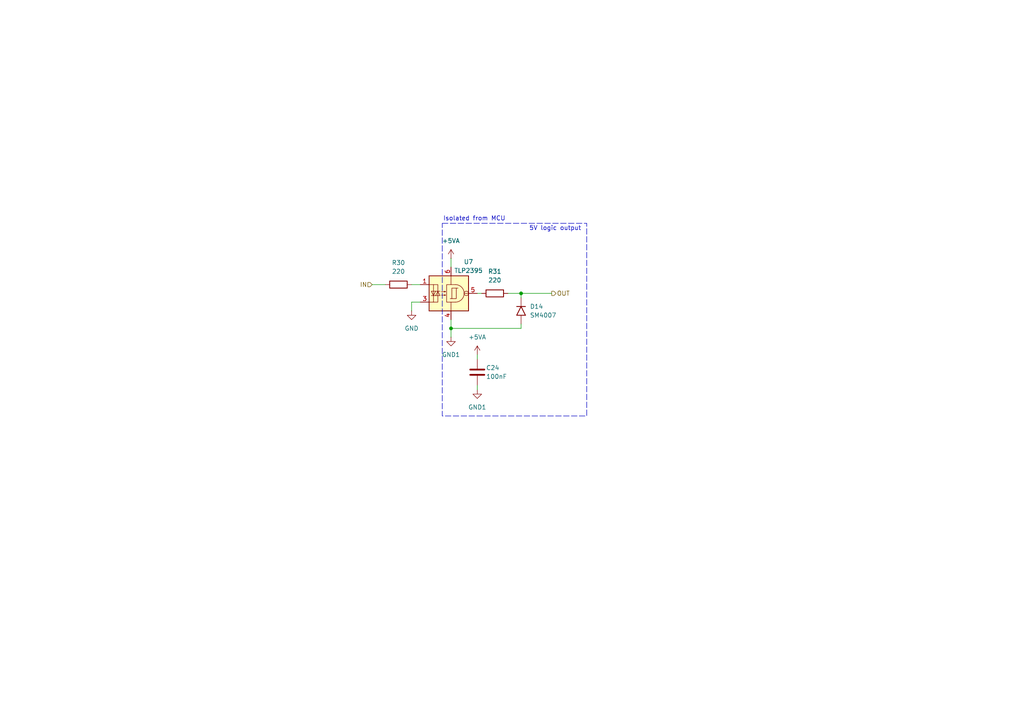
<source format=kicad_sch>
(kicad_sch (version 20250114) (generator "eeschema") (generator_version "9.0")
  (paper "A4")
  (lib_symbols
    (symbol "Device:C" (pin_numbers (hide yes)) (pin_names (offset 0.254))
      (property "Reference" "C" (at 0.635 2.54 0))
      (property "Value" "C" (at 0.635 -2.54 0))
      (symbol "C_0_1"
        (polyline (pts (xy -2.032 0.762) (xy 2.032 0.762)) (stroke (width 0.508)))
        (polyline (pts (xy -2.032 -0.762) (xy 2.032 -0.762)) (stroke (width 0.508)))
      )
      (symbol "C_1_1"
        (pin passive line (at 0 3.81 270) (length 2.794) (name "~") (number "1"))
        (pin passive line (at 0 -3.81 90) (length 2.794) (name "~") (number "2"))
      )
    )
    (symbol "Device:R" (pin_numbers (hide yes)) (pin_names (offset 0))
      (property "Reference" "R" (at 2.032 0 90))
      (property "Value" "R" (at 0 0 90))
      (symbol "R_0_1"
        (rectangle (start -1.016 -2.54) (end 1.016 2.54) (stroke (width 0.254)))
      )
      (symbol "R_1_1"
        (pin passive line (at 0 3.81 270) (length 1.27) (name "~") (number "1"))
        (pin passive line (at 0 -3.81 90) (length 1.27) (name "~") (number "2"))
      )
    )
    (symbol "djm:SM4007" (pin_numbers (hide yes)) (pin_names (offset 1.016) (hide yes))
      (property "Reference" "D" (at 0 2.54 0))
      (property "Value" "SM4007" (at 0 -2.54 0))
      (symbol "SM4007_0_1"
        (polyline (pts (xy 1.27 1.27) (xy 1.27 -1.27) (xy -1.27 0) (xy 1.27 1.27)) (stroke (width 0.254)))
      )
      (symbol "SM4007_1_1"
        (polyline (pts (xy -1.27 -1.27) (xy -1.27 1.27)) (stroke (width 0.254)))
        (pin passive line (at -3.81 0 0) (length 2.54) (name "K") (number "1"))
        (pin passive line (at 3.81 0 180) (length 2.54) (name "A") (number "2"))
      )
    )
    (symbol "djm:TLP2395"
      (property "Reference" "U" (at -5.08 6.35 0))
      (property "Value" "TLP2395" (at 6.35 6.35 0))
      (symbol "TLP2395_0_1"
        (circle (center 5.715 0) (radius 0.635))
        (polyline (pts (xy 6.35 0) (xy 5.08 0)))
      )
      (symbol "TLP2395_1_1"
        (rectangle (start -5.08 5.08) (end 6.35 -5.08) (stroke (width 0.254)) (fill (type background)))
        (polyline (pts (xy -5.08 -2.54) (xy -3.81 -2.54) (xy -3.81 2.54) (xy -5.08 2.54)))
        (polyline (pts (xy -4.445 -0.635) (xy -3.175 -0.635)))
        (polyline (pts (xy -3.81 2.54) (xy -2.54 2.54) (xy -2.54 -2.54) (xy -3.81 -2.54)))
        (polyline (pts (xy -3.81 -0.635) (xy -4.445 0.635) (xy -3.175 0.635) (xy -3.81 -0.635)))
        (polyline (pts (xy -3.175 0.635) (xy -1.905 0.635)))
        (polyline (pts (xy -2.54 0.635) (xy -3.175 -0.635) (xy -1.905 -0.635) (xy -2.54 0.635)))
        (polyline (pts (xy -1.524 0.508) (xy -0.254 0.508) (xy -0.635 0.381) (xy -0.635 0.635) (xy -0.254 0.508)))
        (polyline (pts (xy -1.524 -0.508) (xy -0.254 -0.508) (xy -0.635 -0.635) (xy -0.635 -0.381) (xy -0.254 -0.508)))
        (polyline (pts (xy 1.27 2.54) (xy 1.27 5.08)))
        (polyline (pts (xy 1.27 -2.54) (xy 1.27 -5.08) (xy 1.27 -3.81)))
        (rectangle (start 1.524 1.524) (end 2.794 -1.524))
        (polyline (pts (xy 1.524 -1.524) (xy 1.016 -1.524)))
        (arc (start 2.54 2.54) (mid 5.0689 0) (end 2.54 -2.54))
        (polyline (pts (xy 2.54 -2.54) (xy 0 -2.54) (xy 0 2.54) (xy 2.54 2.54)))
        (polyline (pts (xy 2.794 1.524) (xy 3.302 1.524)))
        (pin passive line (at -7.62 2.54 0) (length 2.54) (name "~") (number "1"))
        (pin passive line (at -7.62 -2.54 0) (length 2.54) (name "~") (number "3"))
        (pin power_in line (at 1.27 7.62 270) (length 2.54) (name "~") (number "6"))
        (pin power_in line (at 1.27 -7.62 90) (length 2.54) (name "~") (number "4"))
        (pin output line (at 8.89 0 180) (length 2.54) (name "~") (number "5"))
      )
    )
    (symbol "power:+5VA" (power) (pin_numbers (hide yes)) (pin_names (offset 0) (hide yes))
      (property "Value" "+5VA" (at 0 3.556 0))
      (symbol "+5VA_0_1"
        (polyline (pts (xy -0.762 1.27) (xy 0 2.54)))
        (polyline (pts (xy 0 2.54) (xy 0.762 1.27)))
        (polyline (pts (xy 0 0) (xy 0 2.54)))
      )
      (symbol "+5VA_1_1"
        (pin power_in line (at 0 0 90) (length 0) (name "~") (number "1"))
      )
    )
    (symbol "power:GND" (power) (pin_numbers (hide yes)) (pin_names (offset 0) (hide yes))
      (property "Value" "GND" (at 0 -3.81 0))
      (symbol "GND_0_1"
        (polyline (pts (xy 0 0) (xy 0 -1.27) (xy 1.27 -1.27) (xy 0 -2.54) (xy -1.27 -1.27) (xy 0 -1.27)))
      )
      (symbol "GND_1_1"
        (pin power_in line (at 0 0 270) (length 0) (name "~") (number "1"))
      )
    )
    (symbol "power:GND1" (power) (pin_numbers (hide yes)) (pin_names (offset 0) (hide yes))
      (property "Value" "GND1" (at 0 -3.81 0))
      (symbol "GND1_0_1"
        (polyline (pts (xy 0 0) (xy 0 -1.27) (xy 1.27 -1.27) (xy 0 -2.54) (xy -1.27 -1.27) (xy 0 -1.27)))
      )
      (symbol "GND1_1_1"
        (pin power_in line (at 0 0 270) (length 0) (name "~") (number "1"))
      )
    )
  )
  (rectangle (start 128.27 64.77) (end 170.18 120.65) (stroke (width 0.1524) (type dash)))
  (text "5V logic output" (at 161.036 66.294 0) (effects (font (size 1.27 1.27))))
  (text "Isolated from MCU" (at 128.524 63.5 0) (effects (font (size 1.27 1.27)) (justify left)))
  (junction (at 151.13 85.09))
  (junction (at 130.81 95.25))
  (wire (pts (xy 138.43 102.87) (xy 138.43 104.14)))
  (wire (pts (xy 130.81 74.93) (xy 130.81 77.47)))
  (wire (pts (xy 119.38 82.55) (xy 121.92 82.55)))
  (wire (pts (xy 147.32 85.09) (xy 151.13 85.09)))
  (wire (pts (xy 130.81 95.25) (xy 151.13 95.25)))
  (wire (pts (xy 107.95 82.55) (xy 111.76 82.55)))
  (wire (pts (xy 138.43 85.09) (xy 139.7 85.09)))
  (wire (pts (xy 130.81 95.25) (xy 130.81 97.79)))
  (wire (pts (xy 151.13 86.36) (xy 151.13 85.09)))
  (wire (pts (xy 130.81 92.71) (xy 130.81 95.25)))
  (wire (pts (xy 121.92 87.63) (xy 119.38 87.63)))
  (wire (pts (xy 151.13 95.25) (xy 151.13 93.98)))
  (wire (pts (xy 138.43 111.76) (xy 138.43 113.03)))
  (wire (pts (xy 151.13 85.09) (xy 160.02 85.09)))
  (wire (pts (xy 119.38 87.63) (xy 119.38 90.17)))
  (hierarchical_label "IN" (shape input) (at 107.95 82.55 180))
  (hierarchical_label "OUT" (shape output) (at 160.02 85.09 0))
  (symbol (lib_id "Device:C") (at 138.43 107.95 0) (unit 1)
    (property "Reference" "C24" (at 140.97 106.68 0) (effects (justify left)))
    (property "Value" "100nF" (at 140.97 109.22 0) (effects (justify left)))
    (property "Footprint" "Capacitor_SMD:C_0402_1005Metric" (effects (hide yes)))
    (property "Description" "Unpolarized capacitor" (effects (hide yes)))
    (property "JLC" "0402" (effects (hide yes)))
    (property "LCSC" "C307331" (effects (hide yes)))
    (instances (project "handyplc" (path "" (reference "C24") (unit 1)) (path "" (reference "C55") (unit 1)) (path "" (reference "C57") (unit 1)) (path "" (reference "C56") (unit 1))))
  )
  (symbol (lib_id "power:GND1") (at 130.81 97.79 0) (unit 1)
    (property "Reference" "#PWR079" (effects (hide yes)))
    (property "Value" "GND1" (at 130.81 102.87 0))
    (property "Description" "Power symbol creates a global label with name \"GND1\" , ground" (effects (hide yes)))
    (instances (project "handyplc" (path "" (reference "#PWR079") (unit 1)) (path "" (reference "#PWR0260") (unit 1)) (path "" (reference "#PWR0274") (unit 1)) (path "" (reference "#PWR0269") (unit 1))))
  )
  (symbol (lib_id "power:+5VA") (at 130.81 74.93 0) (unit 1)
    (property "Reference" "#PWR078" (effects (hide yes)))
    (property "Value" "+5VA" (at 130.81 69.85 0))
    (property "Description" "Power symbol creates a global label with name \"+5VA\"" (effects (hide yes)))
    (instances (project "handyplc" (path "" (reference "#PWR078") (unit 1)) (path "" (reference "#PWR0259") (unit 1)) (path "" (reference "#PWR0273") (unit 1)) (path "" (reference "#PWR0268") (unit 1))))
  )
  (symbol (lib_id "djm:SM4007") (at 151.13 90.17 270) (unit 1)
    (property "Reference" "D14" (at 153.67 88.8999 90) (effects (justify left)))
    (property "Value" "SM4007" (at 153.67 91.4399 90) (effects (justify left)))
    (property "Footprint" "Diode_SMD:D_SOD-123" (effects (hide yes)))
    (property "Datasheet" "https://www.mccsemi.com/pdf/products/SM4001PL-SM4007PL(SOD-123FL).pdf" (effects (hide yes)))
    (property "Description" "1000V 1A General Purpose Silicon Diode, SOD-123" (effects (hide yes)))
    (property "JLC" "SOD-123" (effects (hide yes)))
    (property "LCSC" "C64898" (effects (hide yes)))
    (instances (project "handyplc" (path "" (reference "D14") (unit 1)) (path "" (reference "D89") (unit 1)) (path "" (reference "D92") (unit 1)) (path "" (reference "D91") (unit 1))))
  )
  (symbol (lib_id "Device:R") (at 143.51 85.09 270) (mirror x) (unit 1)
    (property "Reference" "R31" (at 143.51 78.74 90))
    (property "Value" "220" (at 143.51 81.28 90))
    (property "Footprint" "Resistor_SMD:R_0402_1005Metric" (effects (hide yes)))
    (property "Description" "Resistor" (effects (hide yes)))
    (property "JLC" "0402" (effects (hide yes)))
    (property "LCSC" "C25091" (effects (hide yes)))
    (instances (project "handyplc" (path "" (reference "R31") (unit 1)) (path "" (reference "R195") (unit 1)) (path "" (reference "R202") (unit 1)) (path "" (reference "R200") (unit 1))))
  )
  (symbol (lib_id "power:GND") (at 119.38 90.17 0) (unit 1)
    (property "Reference" "#PWR077" (effects (hide yes)))
    (property "Value" "GND" (at 119.38 95.25 0))
    (property "Description" "Power symbol creates a global label with name \"GND\" , ground" (effects (hide yes)))
    (instances (project "handyplc" (path "" (reference "#PWR077") (unit 1)) (path "" (reference "#PWR0256") (unit 1)) (path "" (reference "#PWR0272") (unit 1)) (path "" (reference "#PWR0267") (unit 1))))
  )
  (symbol (lib_id "djm:TLP2395") (at 129.54 85.09 0) (unit 1)
    (property "Reference" "U7" (at 135.89 75.946 0))
    (property "Value" "TLP2395" (at 135.89 78.486 0))
    (property "Footprint" "Package_SO:SO-5-6_4.55x3.7mm_P1.27mm" (effects (hide yes)))
    (property "Datasheet" "https://toshiba.semicon-storage.com/info/TLP2395_datasheet_en_20151221.pdf?did=13954&prodName=TLP2395" (effects (hide yes)))
    (property "Description" "Opto Coupler, 1kV/us, 20kV/uS CMR, Schmitt trigger output, SO-5-6" (effects (hide yes)))
    (property "JLC" "SO-5-6" (effects (hide yes)))
    (property "LCSC" "C695251" (effects (hide yes)))
    (instances (project "handyplc" (path "" (reference "U7") (unit 1)) (path "" (reference "U38") (unit 1)) (path "" (reference "U40") (unit 1)) (path "" (reference "U39") (unit 1))))
  )
  (symbol (lib_id "Device:R") (at 115.57 82.55 90) (mirror x) (unit 1)
    (property "Reference" "R30" (at 115.57 76.2 90))
    (property "Value" "220" (at 115.57 78.74 90))
    (property "Footprint" "Resistor_SMD:R_0402_1005Metric" (effects (hide yes)))
    (property "Description" "Resistor" (effects (hide yes)))
    (property "JLC" "0402" (effects (hide yes)))
    (property "LCSC" "C25091" (effects (hide yes)))
    (instances (project "handyplc" (path "" (reference "R30") (unit 1)) (path "" (reference "R194") (unit 1)) (path "" (reference "R201") (unit 1)) (path "" (reference "R199") (unit 1))))
  )
  (symbol (lib_id "power:+5VA") (at 138.43 102.87 0) (unit 1)
    (property "Reference" "#PWR080" (effects (hide yes)))
    (property "Value" "+5VA" (at 138.43 97.79 0))
    (property "Description" "Power symbol creates a global label with name \"+5VA\"" (effects (hide yes)))
    (instances (project "handyplc" (path "" (reference "#PWR080") (unit 1)) (path "" (reference "#PWR0263") (unit 1)) (path "" (reference "#PWR0275") (unit 1)) (path "" (reference "#PWR0270") (unit 1))))
  )
  (symbol (lib_id "power:GND1") (at 138.43 113.03 0) (unit 1)
    (property "Reference" "#PWR081" (effects (hide yes)))
    (property "Value" "GND1" (at 138.43 118.11 0))
    (property "Description" "Power symbol creates a global label with name \"GND1\" , ground" (effects (hide yes)))
    (instances (project "handyplc" (path "" (reference "#PWR081") (unit 1)) (path "" (reference "#PWR0264") (unit 1)) (path "" (reference "#PWR0276") (unit 1)) (path "" (reference "#PWR0271") (unit 1))))
  )
)
</source>
